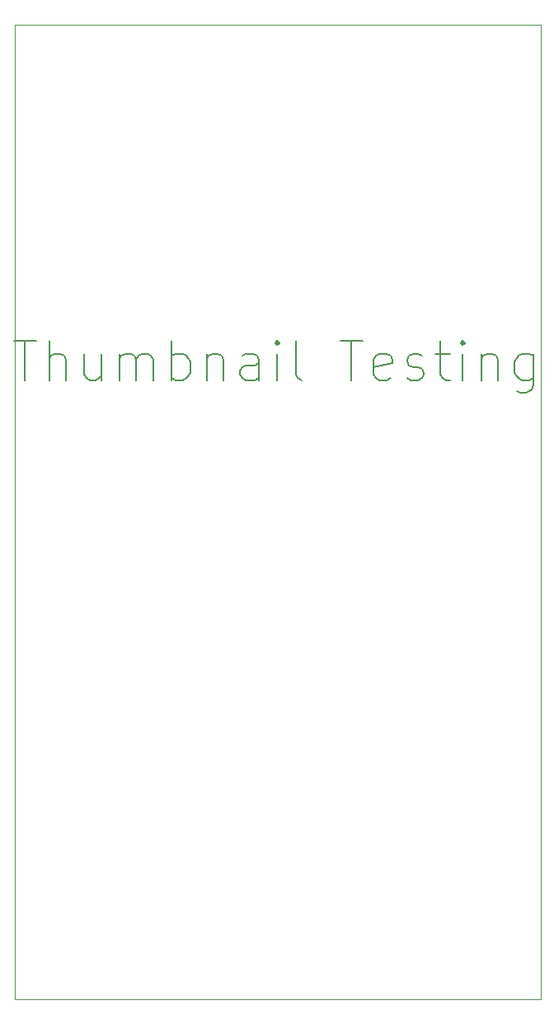
<source format=gbr>
%TF.GenerationSoftware,KiCad,Pcbnew,6.0.10+dfsg-1~bpo11+1*%
%TF.CreationDate,2023-01-22T00:38:30+00:00*%
%TF.ProjectId,cc-19-badge,63632d31-392d-4626-9164-67652e6b6963,rev?*%
%TF.SameCoordinates,Original*%
%TF.FileFunction,Legend,Top*%
%TF.FilePolarity,Positive*%
%FSLAX45Y45*%
G04 Gerber Fmt 4.5, Leading zero omitted, Abs format (unit mm)*
G04 Created by KiCad (PCBNEW 6.0.10+dfsg-1~bpo11+1) date 2023-01-22 00:38:30*
%MOMM*%
%LPD*%
G01*
G04 APERTURE LIST*
%TA.AperFunction,Profile*%
%ADD10C,0.100000*%
%TD*%
%ADD11C,0.150000*%
G04 APERTURE END LIST*
D10*
X9000000Y-4000000D02*
X14400000Y-4000000D01*
X9000000Y-14000000D02*
X14400000Y-14000000D01*
X14400000Y-4000000D02*
X14400000Y-14000000D01*
X9000000Y-4000000D02*
X9000000Y-14000000D01*
D11*
X8988762Y-7248552D02*
X9217333Y-7248552D01*
X9103048Y-7648552D02*
X9103048Y-7248552D01*
X9350667Y-7648552D02*
X9350667Y-7248552D01*
X9522095Y-7648552D02*
X9522095Y-7439028D01*
X9503048Y-7400933D01*
X9464952Y-7381886D01*
X9407810Y-7381886D01*
X9369714Y-7400933D01*
X9350667Y-7419981D01*
X9884000Y-7381886D02*
X9884000Y-7648552D01*
X9712571Y-7381886D02*
X9712571Y-7591409D01*
X9731619Y-7629505D01*
X9769714Y-7648552D01*
X9826857Y-7648552D01*
X9864952Y-7629505D01*
X9884000Y-7610457D01*
X10074476Y-7648552D02*
X10074476Y-7381886D01*
X10074476Y-7419981D02*
X10093524Y-7400933D01*
X10131619Y-7381886D01*
X10188762Y-7381886D01*
X10226857Y-7400933D01*
X10245905Y-7439028D01*
X10245905Y-7648552D01*
X10245905Y-7439028D02*
X10264952Y-7400933D01*
X10303048Y-7381886D01*
X10360190Y-7381886D01*
X10398286Y-7400933D01*
X10417333Y-7439028D01*
X10417333Y-7648552D01*
X10607810Y-7648552D02*
X10607810Y-7248552D01*
X10607810Y-7400933D02*
X10645905Y-7381886D01*
X10722095Y-7381886D01*
X10760190Y-7400933D01*
X10779238Y-7419981D01*
X10798286Y-7458076D01*
X10798286Y-7572362D01*
X10779238Y-7610457D01*
X10760190Y-7629505D01*
X10722095Y-7648552D01*
X10645905Y-7648552D01*
X10607810Y-7629505D01*
X10969714Y-7381886D02*
X10969714Y-7648552D01*
X10969714Y-7419981D02*
X10988762Y-7400933D01*
X11026857Y-7381886D01*
X11084000Y-7381886D01*
X11122095Y-7400933D01*
X11141143Y-7439028D01*
X11141143Y-7648552D01*
X11503048Y-7648552D02*
X11503048Y-7439028D01*
X11484000Y-7400933D01*
X11445905Y-7381886D01*
X11369714Y-7381886D01*
X11331619Y-7400933D01*
X11503048Y-7629505D02*
X11464952Y-7648552D01*
X11369714Y-7648552D01*
X11331619Y-7629505D01*
X11312571Y-7591409D01*
X11312571Y-7553314D01*
X11331619Y-7515219D01*
X11369714Y-7496171D01*
X11464952Y-7496171D01*
X11503048Y-7477124D01*
X11693524Y-7648552D02*
X11693524Y-7381886D01*
X11693524Y-7248552D02*
X11674476Y-7267600D01*
X11693524Y-7286648D01*
X11712571Y-7267600D01*
X11693524Y-7248552D01*
X11693524Y-7286648D01*
X11941143Y-7648552D02*
X11903048Y-7629505D01*
X11884000Y-7591409D01*
X11884000Y-7248552D01*
X12341143Y-7248552D02*
X12569714Y-7248552D01*
X12455428Y-7648552D02*
X12455428Y-7248552D01*
X12855428Y-7629505D02*
X12817333Y-7648552D01*
X12741143Y-7648552D01*
X12703048Y-7629505D01*
X12684000Y-7591409D01*
X12684000Y-7439028D01*
X12703048Y-7400933D01*
X12741143Y-7381886D01*
X12817333Y-7381886D01*
X12855428Y-7400933D01*
X12874476Y-7439028D01*
X12874476Y-7477124D01*
X12684000Y-7515219D01*
X13026857Y-7629505D02*
X13064952Y-7648552D01*
X13141143Y-7648552D01*
X13179238Y-7629505D01*
X13198286Y-7591409D01*
X13198286Y-7572362D01*
X13179238Y-7534267D01*
X13141143Y-7515219D01*
X13084000Y-7515219D01*
X13045905Y-7496171D01*
X13026857Y-7458076D01*
X13026857Y-7439028D01*
X13045905Y-7400933D01*
X13084000Y-7381886D01*
X13141143Y-7381886D01*
X13179238Y-7400933D01*
X13312571Y-7381886D02*
X13464952Y-7381886D01*
X13369714Y-7248552D02*
X13369714Y-7591409D01*
X13388762Y-7629505D01*
X13426857Y-7648552D01*
X13464952Y-7648552D01*
X13598286Y-7648552D02*
X13598286Y-7381886D01*
X13598286Y-7248552D02*
X13579238Y-7267600D01*
X13598286Y-7286648D01*
X13617333Y-7267600D01*
X13598286Y-7248552D01*
X13598286Y-7286648D01*
X13788762Y-7381886D02*
X13788762Y-7648552D01*
X13788762Y-7419981D02*
X13807809Y-7400933D01*
X13845905Y-7381886D01*
X13903048Y-7381886D01*
X13941143Y-7400933D01*
X13960190Y-7439028D01*
X13960190Y-7648552D01*
X14322095Y-7381886D02*
X14322095Y-7705695D01*
X14303048Y-7743790D01*
X14284000Y-7762838D01*
X14245905Y-7781886D01*
X14188762Y-7781886D01*
X14150667Y-7762838D01*
X14322095Y-7629505D02*
X14284000Y-7648552D01*
X14207809Y-7648552D01*
X14169714Y-7629505D01*
X14150667Y-7610457D01*
X14131619Y-7572362D01*
X14131619Y-7458076D01*
X14150667Y-7419981D01*
X14169714Y-7400933D01*
X14207809Y-7381886D01*
X14284000Y-7381886D01*
X14322095Y-7400933D01*
%LPC*%
M02*

</source>
